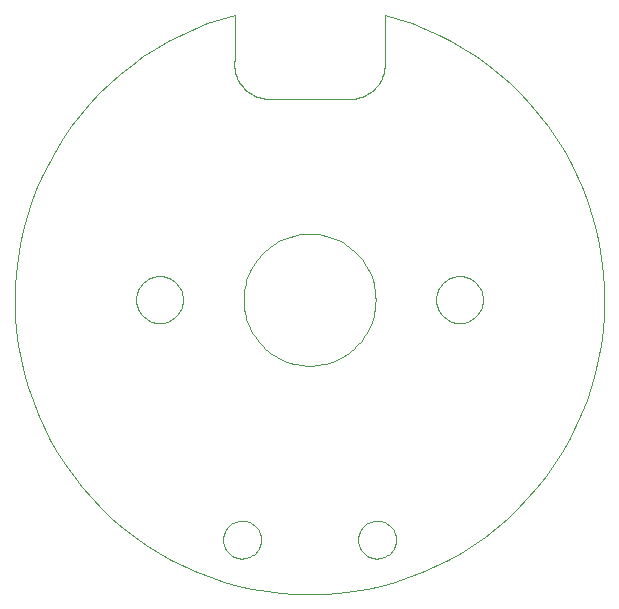
<source format=gbo>
G75*
G70*
%OFA0B0*%
%FSLAX24Y24*%
%IPPOS*%
%LPD*%
%AMOC8*
5,1,8,0,0,1.08239X$1,22.5*
%
%ADD10C,0.0010*%
%ADD11C,0.0000*%
D10*
X004154Y012400D02*
X004156Y012456D01*
X004162Y012511D01*
X004172Y012566D01*
X004186Y012620D01*
X004203Y012673D01*
X004224Y012724D01*
X004249Y012774D01*
X004278Y012822D01*
X004310Y012867D01*
X004345Y012911D01*
X004382Y012952D01*
X004423Y012989D01*
X004467Y013024D01*
X004512Y013056D01*
X004560Y013085D01*
X004610Y013110D01*
X004661Y013131D01*
X004714Y013148D01*
X004768Y013162D01*
X004823Y013172D01*
X004878Y013178D01*
X004934Y013180D01*
X004990Y013178D01*
X005045Y013172D01*
X005100Y013162D01*
X005154Y013148D01*
X005207Y013131D01*
X005258Y013110D01*
X005308Y013085D01*
X005356Y013056D01*
X005401Y013024D01*
X005445Y012989D01*
X005486Y012952D01*
X005523Y012911D01*
X005558Y012867D01*
X005590Y012822D01*
X005619Y012774D01*
X005644Y012724D01*
X005665Y012673D01*
X005682Y012620D01*
X005696Y012566D01*
X005706Y012511D01*
X005712Y012456D01*
X005714Y012400D01*
X005712Y012344D01*
X005706Y012289D01*
X005696Y012234D01*
X005682Y012180D01*
X005665Y012127D01*
X005644Y012076D01*
X005619Y012026D01*
X005590Y011978D01*
X005558Y011933D01*
X005523Y011889D01*
X005486Y011848D01*
X005445Y011811D01*
X005401Y011776D01*
X005356Y011744D01*
X005308Y011715D01*
X005258Y011690D01*
X005207Y011669D01*
X005154Y011652D01*
X005100Y011638D01*
X005045Y011628D01*
X004990Y011622D01*
X004934Y011620D01*
X004878Y011622D01*
X004823Y011628D01*
X004768Y011638D01*
X004714Y011652D01*
X004661Y011669D01*
X004610Y011690D01*
X004560Y011715D01*
X004512Y011744D01*
X004467Y011776D01*
X004423Y011811D01*
X004382Y011848D01*
X004345Y011889D01*
X004310Y011933D01*
X004278Y011978D01*
X004249Y012026D01*
X004224Y012076D01*
X004203Y012127D01*
X004186Y012180D01*
X004172Y012234D01*
X004162Y012289D01*
X004156Y012344D01*
X004154Y012400D01*
X007734Y012400D02*
X007737Y012508D01*
X007745Y012616D01*
X007758Y012723D01*
X007776Y012829D01*
X007800Y012935D01*
X007829Y013039D01*
X007863Y013141D01*
X007901Y013242D01*
X007945Y013341D01*
X007994Y013437D01*
X008047Y013531D01*
X008105Y013622D01*
X008167Y013711D01*
X008233Y013796D01*
X008304Y013877D01*
X008378Y013956D01*
X008457Y014030D01*
X008538Y014101D01*
X008623Y014167D01*
X008712Y014229D01*
X008803Y014287D01*
X008897Y014340D01*
X008993Y014389D01*
X009092Y014433D01*
X009193Y014471D01*
X009295Y014505D01*
X009399Y014534D01*
X009505Y014558D01*
X009611Y014576D01*
X009718Y014589D01*
X009826Y014597D01*
X009934Y014600D01*
X010042Y014597D01*
X010150Y014589D01*
X010257Y014576D01*
X010363Y014558D01*
X010469Y014534D01*
X010573Y014505D01*
X010675Y014471D01*
X010776Y014433D01*
X010875Y014389D01*
X010971Y014340D01*
X011065Y014287D01*
X011156Y014229D01*
X011245Y014167D01*
X011330Y014101D01*
X011411Y014030D01*
X011490Y013956D01*
X011564Y013877D01*
X011635Y013796D01*
X011701Y013711D01*
X011763Y013622D01*
X011821Y013531D01*
X011874Y013437D01*
X011923Y013341D01*
X011967Y013242D01*
X012005Y013141D01*
X012039Y013039D01*
X012068Y012935D01*
X012092Y012829D01*
X012110Y012723D01*
X012123Y012616D01*
X012131Y012508D01*
X012134Y012400D01*
X012131Y012292D01*
X012123Y012184D01*
X012110Y012077D01*
X012092Y011971D01*
X012068Y011865D01*
X012039Y011761D01*
X012005Y011659D01*
X011967Y011558D01*
X011923Y011459D01*
X011874Y011363D01*
X011821Y011269D01*
X011763Y011178D01*
X011701Y011089D01*
X011635Y011004D01*
X011564Y010923D01*
X011490Y010844D01*
X011411Y010770D01*
X011330Y010699D01*
X011245Y010633D01*
X011156Y010571D01*
X011065Y010513D01*
X010971Y010460D01*
X010875Y010411D01*
X010776Y010367D01*
X010675Y010329D01*
X010573Y010295D01*
X010469Y010266D01*
X010363Y010242D01*
X010257Y010224D01*
X010150Y010211D01*
X010042Y010203D01*
X009934Y010200D01*
X009826Y010203D01*
X009718Y010211D01*
X009611Y010224D01*
X009505Y010242D01*
X009399Y010266D01*
X009295Y010295D01*
X009193Y010329D01*
X009092Y010367D01*
X008993Y010411D01*
X008897Y010460D01*
X008803Y010513D01*
X008712Y010571D01*
X008623Y010633D01*
X008538Y010699D01*
X008457Y010770D01*
X008378Y010844D01*
X008304Y010923D01*
X008233Y011004D01*
X008167Y011089D01*
X008105Y011178D01*
X008047Y011269D01*
X007994Y011363D01*
X007945Y011459D01*
X007901Y011558D01*
X007863Y011659D01*
X007829Y011761D01*
X007800Y011865D01*
X007776Y011971D01*
X007758Y012077D01*
X007745Y012184D01*
X007737Y012292D01*
X007734Y012400D01*
X007434Y021900D02*
X006973Y021766D01*
X006519Y021610D01*
X006073Y021432D01*
X005636Y021233D01*
X005210Y021012D01*
X004794Y020771D01*
X004391Y020510D01*
X004002Y020229D01*
X003626Y019930D01*
X003266Y019613D01*
X002921Y019278D01*
X002594Y018928D01*
X002283Y018561D01*
X001991Y018180D01*
X001718Y017785D01*
X001465Y017377D01*
X001232Y016957D01*
X001020Y016526D01*
X000829Y016086D01*
X000659Y015637D01*
X000512Y015179D01*
X000388Y014716D01*
X000286Y014246D01*
X000207Y013773D01*
X000152Y013296D01*
X000120Y012817D01*
X000111Y012337D01*
X000126Y011857D01*
X000164Y011378D01*
X000226Y010902D01*
X000311Y010429D01*
X000419Y009961D01*
X000549Y009499D01*
X000702Y009044D01*
X000877Y008597D01*
X001074Y008159D01*
X001291Y007731D01*
X001530Y007314D01*
X001789Y006910D01*
X002067Y006518D01*
X002363Y006141D01*
X002678Y005778D01*
X003011Y005432D01*
X003359Y005102D01*
X003724Y004789D01*
X004103Y004495D01*
X004496Y004219D01*
X004903Y003963D01*
X005321Y003728D01*
X005750Y003513D01*
X006190Y003319D01*
X006638Y003147D01*
X007094Y002997D01*
X007557Y002869D01*
X008025Y002764D01*
X008499Y002682D01*
X008975Y002624D01*
X009454Y002589D01*
X009934Y002577D01*
X010414Y002589D01*
X010893Y002624D01*
X011369Y002682D01*
X011843Y002764D01*
X012311Y002869D01*
X012774Y002997D01*
X013230Y003147D01*
X013678Y003319D01*
X014118Y003513D01*
X014547Y003728D01*
X014965Y003963D01*
X015372Y004219D01*
X015765Y004495D01*
X016144Y004789D01*
X016509Y005102D01*
X016857Y005432D01*
X017190Y005778D01*
X017505Y006141D01*
X017801Y006518D01*
X018079Y006910D01*
X018338Y007314D01*
X018577Y007731D01*
X018794Y008159D01*
X018991Y008597D01*
X019166Y009044D01*
X019319Y009499D01*
X019449Y009961D01*
X019557Y010429D01*
X019642Y010902D01*
X019704Y011378D01*
X019742Y011857D01*
X019757Y012337D01*
X019748Y012817D01*
X019716Y013296D01*
X019661Y013773D01*
X019582Y014246D01*
X019480Y014716D01*
X019356Y015179D01*
X019209Y015637D01*
X019039Y016086D01*
X018848Y016526D01*
X018636Y016957D01*
X018403Y017377D01*
X018150Y017785D01*
X017877Y018180D01*
X017585Y018561D01*
X017274Y018928D01*
X016947Y019278D01*
X016602Y019613D01*
X016242Y019930D01*
X015866Y020229D01*
X015477Y020510D01*
X015074Y020771D01*
X014658Y021012D01*
X014232Y021233D01*
X013795Y021432D01*
X013349Y021610D01*
X012895Y021766D01*
X012434Y021900D01*
X012434Y020400D01*
X012441Y020335D01*
X012444Y020270D01*
X012443Y020205D01*
X012439Y020140D01*
X012431Y020076D01*
X012419Y020012D01*
X012404Y019948D01*
X012385Y019886D01*
X012363Y019825D01*
X012338Y019765D01*
X012309Y019707D01*
X012277Y019650D01*
X012242Y019595D01*
X012203Y019543D01*
X012162Y019492D01*
X012118Y019444D01*
X012072Y019399D01*
X012023Y019356D01*
X011972Y019316D01*
X011918Y019279D01*
X011863Y019245D01*
X011806Y019214D01*
X011747Y019186D01*
X011686Y019162D01*
X011625Y019141D01*
X011562Y019124D01*
X011498Y019110D01*
X011434Y019100D01*
X008434Y019100D01*
X008370Y019110D01*
X008306Y019124D01*
X008243Y019141D01*
X008182Y019162D01*
X008121Y019186D01*
X008062Y019214D01*
X008005Y019245D01*
X007950Y019279D01*
X007896Y019316D01*
X007845Y019356D01*
X007796Y019399D01*
X007750Y019444D01*
X007706Y019492D01*
X007665Y019543D01*
X007626Y019595D01*
X007591Y019650D01*
X007559Y019707D01*
X007530Y019765D01*
X007505Y019825D01*
X007483Y019886D01*
X007464Y019948D01*
X007449Y020012D01*
X007437Y020076D01*
X007429Y020140D01*
X007425Y020205D01*
X007424Y020270D01*
X007427Y020335D01*
X007434Y020400D01*
X007434Y021900D01*
X014154Y012400D02*
X014156Y012456D01*
X014162Y012511D01*
X014172Y012566D01*
X014186Y012620D01*
X014203Y012673D01*
X014224Y012724D01*
X014249Y012774D01*
X014278Y012822D01*
X014310Y012867D01*
X014345Y012911D01*
X014382Y012952D01*
X014423Y012989D01*
X014467Y013024D01*
X014512Y013056D01*
X014560Y013085D01*
X014610Y013110D01*
X014661Y013131D01*
X014714Y013148D01*
X014768Y013162D01*
X014823Y013172D01*
X014878Y013178D01*
X014934Y013180D01*
X014990Y013178D01*
X015045Y013172D01*
X015100Y013162D01*
X015154Y013148D01*
X015207Y013131D01*
X015258Y013110D01*
X015308Y013085D01*
X015356Y013056D01*
X015401Y013024D01*
X015445Y012989D01*
X015486Y012952D01*
X015523Y012911D01*
X015558Y012867D01*
X015590Y012822D01*
X015619Y012774D01*
X015644Y012724D01*
X015665Y012673D01*
X015682Y012620D01*
X015696Y012566D01*
X015706Y012511D01*
X015712Y012456D01*
X015714Y012400D01*
X015712Y012344D01*
X015706Y012289D01*
X015696Y012234D01*
X015682Y012180D01*
X015665Y012127D01*
X015644Y012076D01*
X015619Y012026D01*
X015590Y011978D01*
X015558Y011933D01*
X015523Y011889D01*
X015486Y011848D01*
X015445Y011811D01*
X015401Y011776D01*
X015356Y011744D01*
X015308Y011715D01*
X015258Y011690D01*
X015207Y011669D01*
X015154Y011652D01*
X015100Y011638D01*
X015045Y011628D01*
X014990Y011622D01*
X014934Y011620D01*
X014878Y011622D01*
X014823Y011628D01*
X014768Y011638D01*
X014714Y011652D01*
X014661Y011669D01*
X014610Y011690D01*
X014560Y011715D01*
X014512Y011744D01*
X014467Y011776D01*
X014423Y011811D01*
X014382Y011848D01*
X014345Y011889D01*
X014310Y011933D01*
X014278Y011978D01*
X014249Y012026D01*
X014224Y012076D01*
X014203Y012127D01*
X014186Y012180D01*
X014172Y012234D01*
X014162Y012289D01*
X014156Y012344D01*
X014154Y012400D01*
D11*
X007054Y004400D02*
X007056Y004450D01*
X007062Y004500D01*
X007072Y004549D01*
X007086Y004597D01*
X007103Y004644D01*
X007124Y004689D01*
X007149Y004733D01*
X007177Y004774D01*
X007209Y004813D01*
X007243Y004850D01*
X007280Y004884D01*
X007320Y004914D01*
X007362Y004941D01*
X007406Y004965D01*
X007452Y004986D01*
X007499Y005002D01*
X007547Y005015D01*
X007597Y005024D01*
X007646Y005029D01*
X007697Y005030D01*
X007747Y005027D01*
X007796Y005020D01*
X007845Y005009D01*
X007893Y004994D01*
X007939Y004976D01*
X007984Y004954D01*
X008027Y004928D01*
X008068Y004899D01*
X008107Y004867D01*
X008143Y004832D01*
X008175Y004794D01*
X008205Y004754D01*
X008232Y004711D01*
X008255Y004667D01*
X008274Y004621D01*
X008290Y004573D01*
X008302Y004524D01*
X008310Y004475D01*
X008314Y004425D01*
X008314Y004375D01*
X008310Y004325D01*
X008302Y004276D01*
X008290Y004227D01*
X008274Y004179D01*
X008255Y004133D01*
X008232Y004089D01*
X008205Y004046D01*
X008175Y004006D01*
X008143Y003968D01*
X008107Y003933D01*
X008068Y003901D01*
X008027Y003872D01*
X007984Y003846D01*
X007939Y003824D01*
X007893Y003806D01*
X007845Y003791D01*
X007796Y003780D01*
X007747Y003773D01*
X007697Y003770D01*
X007646Y003771D01*
X007597Y003776D01*
X007547Y003785D01*
X007499Y003798D01*
X007452Y003814D01*
X007406Y003835D01*
X007362Y003859D01*
X007320Y003886D01*
X007280Y003916D01*
X007243Y003950D01*
X007209Y003987D01*
X007177Y004026D01*
X007149Y004067D01*
X007124Y004111D01*
X007103Y004156D01*
X007086Y004203D01*
X007072Y004251D01*
X007062Y004300D01*
X007056Y004350D01*
X007054Y004400D01*
X011554Y004400D02*
X011556Y004450D01*
X011562Y004500D01*
X011572Y004549D01*
X011586Y004597D01*
X011603Y004644D01*
X011624Y004689D01*
X011649Y004733D01*
X011677Y004774D01*
X011709Y004813D01*
X011743Y004850D01*
X011780Y004884D01*
X011820Y004914D01*
X011862Y004941D01*
X011906Y004965D01*
X011952Y004986D01*
X011999Y005002D01*
X012047Y005015D01*
X012097Y005024D01*
X012146Y005029D01*
X012197Y005030D01*
X012247Y005027D01*
X012296Y005020D01*
X012345Y005009D01*
X012393Y004994D01*
X012439Y004976D01*
X012484Y004954D01*
X012527Y004928D01*
X012568Y004899D01*
X012607Y004867D01*
X012643Y004832D01*
X012675Y004794D01*
X012705Y004754D01*
X012732Y004711D01*
X012755Y004667D01*
X012774Y004621D01*
X012790Y004573D01*
X012802Y004524D01*
X012810Y004475D01*
X012814Y004425D01*
X012814Y004375D01*
X012810Y004325D01*
X012802Y004276D01*
X012790Y004227D01*
X012774Y004179D01*
X012755Y004133D01*
X012732Y004089D01*
X012705Y004046D01*
X012675Y004006D01*
X012643Y003968D01*
X012607Y003933D01*
X012568Y003901D01*
X012527Y003872D01*
X012484Y003846D01*
X012439Y003824D01*
X012393Y003806D01*
X012345Y003791D01*
X012296Y003780D01*
X012247Y003773D01*
X012197Y003770D01*
X012146Y003771D01*
X012097Y003776D01*
X012047Y003785D01*
X011999Y003798D01*
X011952Y003814D01*
X011906Y003835D01*
X011862Y003859D01*
X011820Y003886D01*
X011780Y003916D01*
X011743Y003950D01*
X011709Y003987D01*
X011677Y004026D01*
X011649Y004067D01*
X011624Y004111D01*
X011603Y004156D01*
X011586Y004203D01*
X011572Y004251D01*
X011562Y004300D01*
X011556Y004350D01*
X011554Y004400D01*
M02*

</source>
